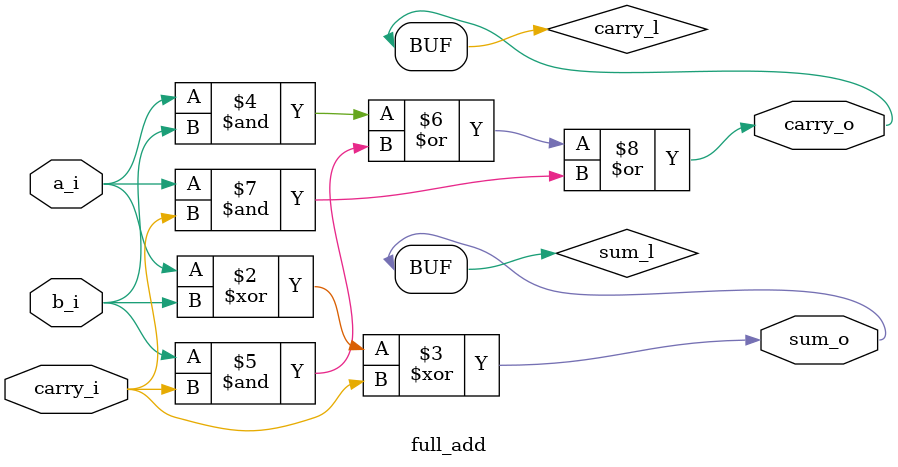
<source format=sv>
module full_add
  (input [0:0] a_i
  ,input [0:0] b_i
  ,input [0:0] carry_i
  ,output [0:0] carry_o
  ,output [0:0] sum_o);

   // For Lab 2, you may use assign statements!
   // Your code here:

  logic [0:0] sum_l;
  logic [0:0] carry_l;

  always_comb begin
    sum_l = a_i ^ b_i ^ carry_i;
    carry_l = (a_i & b_i) | (b_i & carry_i) | (a_i & carry_i);
  end

  assign sum_o = sum_l;
  assign carry_o = carry_l;

endmodule

</source>
